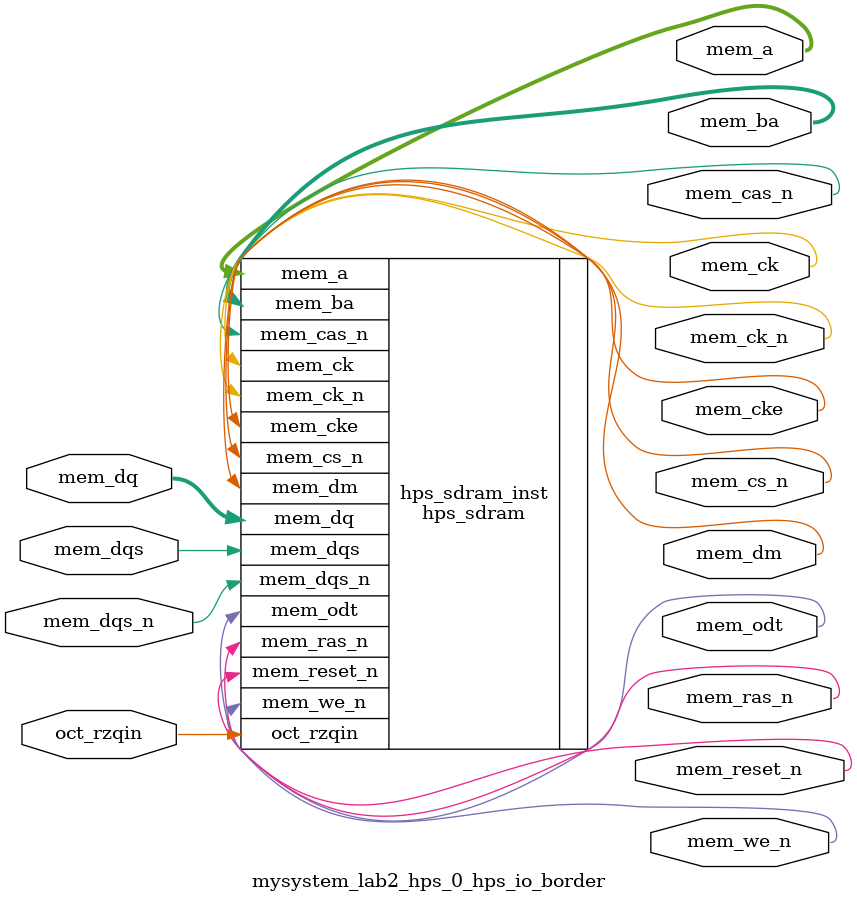
<source format=sv>


module mysystem_lab2_hps_0_hps_io_border(
// memory
  output wire [13 - 1 : 0 ] mem_a
 ,output wire [3 - 1 : 0 ] mem_ba
 ,output wire [1 - 1 : 0 ] mem_ck
 ,output wire [1 - 1 : 0 ] mem_ck_n
 ,output wire [1 - 1 : 0 ] mem_cke
 ,output wire [1 - 1 : 0 ] mem_cs_n
 ,output wire [1 - 1 : 0 ] mem_ras_n
 ,output wire [1 - 1 : 0 ] mem_cas_n
 ,output wire [1 - 1 : 0 ] mem_we_n
 ,output wire [1 - 1 : 0 ] mem_reset_n
 ,inout wire [8 - 1 : 0 ] mem_dq
 ,inout wire [1 - 1 : 0 ] mem_dqs
 ,inout wire [1 - 1 : 0 ] mem_dqs_n
 ,output wire [1 - 1 : 0 ] mem_odt
 ,output wire [1 - 1 : 0 ] mem_dm
 ,input wire [1 - 1 : 0 ] oct_rzqin
);


hps_sdram hps_sdram_inst(
 .mem_dq({
    mem_dq[7:0] // 7:0
  })
,.mem_odt({
    mem_odt[0:0] // 0:0
  })
,.mem_ras_n({
    mem_ras_n[0:0] // 0:0
  })
,.mem_dqs_n({
    mem_dqs_n[0:0] // 0:0
  })
,.mem_dqs({
    mem_dqs[0:0] // 0:0
  })
,.mem_dm({
    mem_dm[0:0] // 0:0
  })
,.mem_we_n({
    mem_we_n[0:0] // 0:0
  })
,.mem_cas_n({
    mem_cas_n[0:0] // 0:0
  })
,.mem_ba({
    mem_ba[2:0] // 2:0
  })
,.mem_a({
    mem_a[12:0] // 12:0
  })
,.mem_cs_n({
    mem_cs_n[0:0] // 0:0
  })
,.mem_ck({
    mem_ck[0:0] // 0:0
  })
,.mem_cke({
    mem_cke[0:0] // 0:0
  })
,.oct_rzqin({
    oct_rzqin[0:0] // 0:0
  })
,.mem_reset_n({
    mem_reset_n[0:0] // 0:0
  })
,.mem_ck_n({
    mem_ck_n[0:0] // 0:0
  })
);

endmodule


</source>
